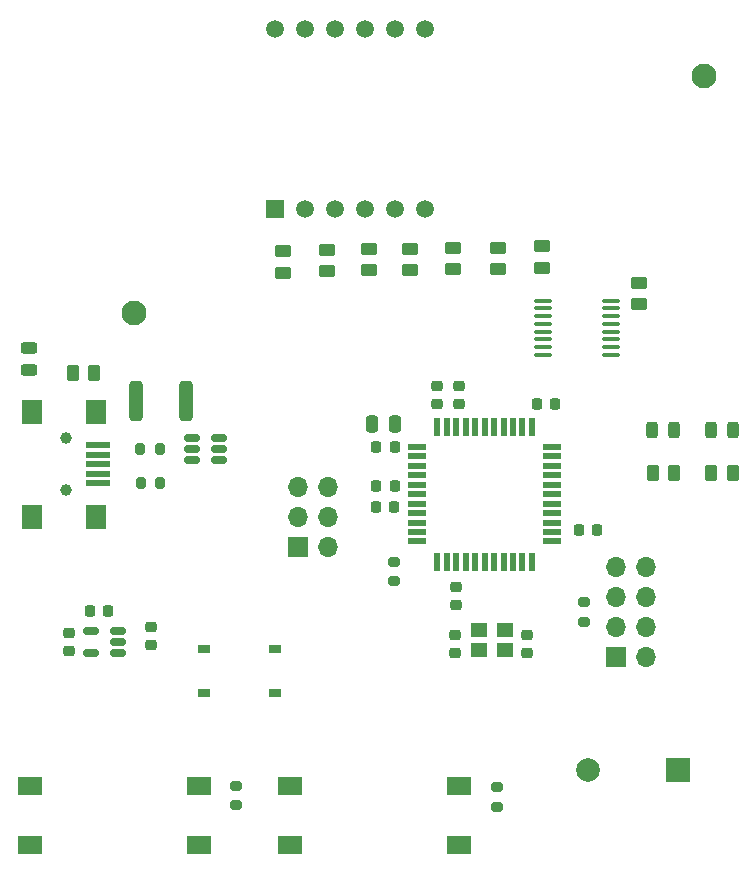
<source format=gbr>
%TF.GenerationSoftware,KiCad,Pcbnew,(7.0.0-0)*%
%TF.CreationDate,2023-04-20T13:26:23-06:00*%
%TF.ProjectId,Phase B - PCB,50686173-6520-4422-902d-205043422e6b,rev?*%
%TF.SameCoordinates,Original*%
%TF.FileFunction,Soldermask,Top*%
%TF.FilePolarity,Negative*%
%FSLAX46Y46*%
G04 Gerber Fmt 4.6, Leading zero omitted, Abs format (unit mm)*
G04 Created by KiCad (PCBNEW (7.0.0-0)) date 2023-04-20 13:26:23*
%MOMM*%
%LPD*%
G01*
G04 APERTURE LIST*
G04 Aperture macros list*
%AMRoundRect*
0 Rectangle with rounded corners*
0 $1 Rounding radius*
0 $2 $3 $4 $5 $6 $7 $8 $9 X,Y pos of 4 corners*
0 Add a 4 corners polygon primitive as box body*
4,1,4,$2,$3,$4,$5,$6,$7,$8,$9,$2,$3,0*
0 Add four circle primitives for the rounded corners*
1,1,$1+$1,$2,$3*
1,1,$1+$1,$4,$5*
1,1,$1+$1,$6,$7*
1,1,$1+$1,$8,$9*
0 Add four rect primitives between the rounded corners*
20,1,$1+$1,$2,$3,$4,$5,0*
20,1,$1+$1,$4,$5,$6,$7,0*
20,1,$1+$1,$6,$7,$8,$9,0*
20,1,$1+$1,$8,$9,$2,$3,0*%
G04 Aperture macros list end*
%ADD10RoundRect,0.250000X0.450000X-0.262500X0.450000X0.262500X-0.450000X0.262500X-0.450000X-0.262500X0*%
%ADD11RoundRect,0.200000X0.200000X0.275000X-0.200000X0.275000X-0.200000X-0.275000X0.200000X-0.275000X0*%
%ADD12RoundRect,0.225000X-0.250000X0.225000X-0.250000X-0.225000X0.250000X-0.225000X0.250000X0.225000X0*%
%ADD13C,1.000000*%
%ADD14R,2.000000X0.500000*%
%ADD15R,1.700000X2.000000*%
%ADD16RoundRect,0.225000X0.225000X0.250000X-0.225000X0.250000X-0.225000X-0.250000X0.225000X-0.250000X0*%
%ADD17R,1.000000X0.700000*%
%ADD18R,1.700000X1.700000*%
%ADD19O,1.700000X1.700000*%
%ADD20RoundRect,0.100000X-0.637500X-0.100000X0.637500X-0.100000X0.637500X0.100000X-0.637500X0.100000X0*%
%ADD21RoundRect,0.250000X0.250000X0.475000X-0.250000X0.475000X-0.250000X-0.475000X0.250000X-0.475000X0*%
%ADD22R,1.500000X0.550000*%
%ADD23R,0.550000X1.500000*%
%ADD24RoundRect,0.200000X-0.275000X0.200000X-0.275000X-0.200000X0.275000X-0.200000X0.275000X0.200000X0*%
%ADD25RoundRect,0.225000X0.250000X-0.225000X0.250000X0.225000X-0.250000X0.225000X-0.250000X-0.225000X0*%
%ADD26RoundRect,0.250000X-0.262500X-0.450000X0.262500X-0.450000X0.262500X0.450000X-0.262500X0.450000X0*%
%ADD27RoundRect,0.225000X-0.225000X-0.250000X0.225000X-0.250000X0.225000X0.250000X-0.225000X0.250000X0*%
%ADD28RoundRect,0.250000X0.262500X0.450000X-0.262500X0.450000X-0.262500X-0.450000X0.262500X-0.450000X0*%
%ADD29C,2.100000*%
%ADD30RoundRect,0.150000X0.512500X0.150000X-0.512500X0.150000X-0.512500X-0.150000X0.512500X-0.150000X0*%
%ADD31R,1.400000X1.200000*%
%ADD32RoundRect,0.243750X-0.243750X-0.456250X0.243750X-0.456250X0.243750X0.456250X-0.243750X0.456250X0*%
%ADD33R,2.000000X2.000000*%
%ADD34C,2.000000*%
%ADD35RoundRect,0.200000X0.275000X-0.200000X0.275000X0.200000X-0.275000X0.200000X-0.275000X-0.200000X0*%
%ADD36R,2.000000X1.500000*%
%ADD37RoundRect,0.150000X-0.512500X-0.150000X0.512500X-0.150000X0.512500X0.150000X-0.512500X0.150000X0*%
%ADD38RoundRect,0.243750X-0.456250X0.243750X-0.456250X-0.243750X0.456250X-0.243750X0.456250X0.243750X0*%
%ADD39R,1.500000X1.500000*%
%ADD40C,1.500000*%
%ADD41RoundRect,0.250000X-0.312500X-1.450000X0.312500X-1.450000X0.312500X1.450000X-0.312500X1.450000X0*%
G04 APERTURE END LIST*
D10*
%TO.C,R9*%
X146000000Y-78812500D03*
X146000000Y-76987500D03*
%TD*%
%TO.C,R11*%
X142600000Y-78812500D03*
X142600000Y-76987500D03*
%TD*%
D11*
%TO.C,R16*%
X124840000Y-93980000D03*
X123190000Y-93980000D03*
%TD*%
D12*
%TO.C,C9*%
X149944000Y-105638000D03*
X149944000Y-107188000D03*
%TD*%
D13*
%TO.C,J1*%
X116882500Y-93050000D03*
X116882500Y-97450000D03*
D14*
X119582499Y-93649999D03*
X119582499Y-94449999D03*
X119582499Y-95249999D03*
X119582499Y-96049999D03*
X119582499Y-96849999D03*
D15*
X119482499Y-90799999D03*
X114032499Y-90799999D03*
X119482499Y-99699999D03*
X114032499Y-99699999D03*
%TD*%
D16*
%TO.C,C4*%
X144725000Y-98900000D03*
X143175000Y-98900000D03*
%TD*%
D17*
%TO.C,S3*%
X134599999Y-114599999D03*
X128599999Y-114599999D03*
X134599999Y-110899999D03*
X128599999Y-110899999D03*
%TD*%
D18*
%TO.C,J4*%
X163499999Y-111519999D03*
D19*
X166039999Y-111519999D03*
X163499999Y-108979999D03*
X166039999Y-108979999D03*
X163499999Y-106439999D03*
X166039999Y-106439999D03*
X163499999Y-103899999D03*
X166039999Y-103899999D03*
%TD*%
D10*
%TO.C,R5*%
X165400000Y-81712500D03*
X165400000Y-79887500D03*
%TD*%
D20*
%TO.C,U1*%
X157300000Y-81400000D03*
X157300000Y-82050000D03*
X157300000Y-82700000D03*
X157300000Y-83350000D03*
X157300000Y-84000000D03*
X157300000Y-84650000D03*
X157300000Y-85300000D03*
X157300000Y-85950000D03*
X163025000Y-85950000D03*
X163025000Y-85300000D03*
X163025000Y-84650000D03*
X163025000Y-84000000D03*
X163025000Y-83350000D03*
X163025000Y-82700000D03*
X163025000Y-82050000D03*
X163025000Y-81400000D03*
%TD*%
D10*
%TO.C,R6*%
X157200000Y-78612500D03*
X157200000Y-76787500D03*
%TD*%
D21*
%TO.C,C5*%
X144737000Y-91850000D03*
X142837000Y-91850000D03*
%TD*%
D22*
%TO.C,U3*%
X146656999Y-93776999D03*
X146656999Y-94576999D03*
X146656999Y-95376999D03*
X146656999Y-96176999D03*
X146656999Y-96976999D03*
X146656999Y-97776999D03*
X146656999Y-98576999D03*
X146656999Y-99376999D03*
X146656999Y-100176999D03*
X146656999Y-100976999D03*
X146656999Y-101776999D03*
D23*
X148356999Y-103476999D03*
X149156999Y-103476999D03*
X149956999Y-103476999D03*
X150756999Y-103476999D03*
X151556999Y-103476999D03*
X152356999Y-103476999D03*
X153156999Y-103476999D03*
X153956999Y-103476999D03*
X154756999Y-103476999D03*
X155556999Y-103476999D03*
X156356999Y-103476999D03*
D22*
X158056999Y-101776999D03*
X158056999Y-100976999D03*
X158056999Y-100176999D03*
X158056999Y-99376999D03*
X158056999Y-98576999D03*
X158056999Y-97776999D03*
X158056999Y-96976999D03*
X158056999Y-96176999D03*
X158056999Y-95376999D03*
X158056999Y-94576999D03*
X158056999Y-93776999D03*
D23*
X156356999Y-92076999D03*
X155556999Y-92076999D03*
X154756999Y-92076999D03*
X153956999Y-92076999D03*
X153156999Y-92076999D03*
X152356999Y-92076999D03*
X151556999Y-92076999D03*
X150756999Y-92076999D03*
X149956999Y-92076999D03*
X149156999Y-92076999D03*
X148356999Y-92076999D03*
%TD*%
D24*
%TO.C,R4*%
X153400000Y-122575000D03*
X153400000Y-124225000D03*
%TD*%
D25*
%TO.C,C1*%
X149860000Y-111252000D03*
X149860000Y-109702000D03*
%TD*%
%TO.C,C11*%
X150200000Y-90150000D03*
X150200000Y-88600000D03*
%TD*%
D26*
%TO.C,R2*%
X171522000Y-95946000D03*
X173347000Y-95946000D03*
%TD*%
D25*
%TO.C,C14*%
X117144000Y-111071000D03*
X117144000Y-109521000D03*
%TD*%
D11*
%TO.C,R15*%
X124875000Y-96850000D03*
X123225000Y-96850000D03*
%TD*%
D10*
%TO.C,R10*%
X139000000Y-78912500D03*
X139000000Y-77087500D03*
%TD*%
D25*
%TO.C,C6*%
X148300000Y-90125000D03*
X148300000Y-88575000D03*
%TD*%
D27*
%TO.C,C13*%
X118925000Y-107700000D03*
X120475000Y-107700000D03*
%TD*%
D28*
%TO.C,R14*%
X119312500Y-87500000D03*
X117487500Y-87500000D03*
%TD*%
D27*
%TO.C,C7*%
X156789000Y-90157000D03*
X158339000Y-90157000D03*
%TD*%
D29*
%TO.C,REF\u002A\u002A*%
X170900000Y-62400000D03*
%TD*%
D30*
%TO.C,U5*%
X121329500Y-111246000D03*
X121329500Y-110296000D03*
X121329500Y-109346000D03*
X119054500Y-109346000D03*
X119054500Y-111246000D03*
%TD*%
D31*
%TO.C,Y1*%
X151891999Y-110984999D03*
X154091999Y-110984999D03*
X154091999Y-109284999D03*
X151891999Y-109284999D03*
%TD*%
D12*
%TO.C,C12*%
X124100000Y-109013000D03*
X124100000Y-110563000D03*
%TD*%
D32*
%TO.C,D2*%
X171500000Y-92300000D03*
X173375000Y-92300000D03*
%TD*%
D18*
%TO.C,J2*%
X136549999Y-102279999D03*
D19*
X139089999Y-102279999D03*
X136549999Y-99739999D03*
X139089999Y-99739999D03*
X136549999Y-97199999D03*
X139089999Y-97199999D03*
%TD*%
D33*
%TO.C,LS1*%
X168699999Y-121099999D03*
D34*
X161100000Y-121100000D03*
%TD*%
D26*
%TO.C,R1*%
X166575500Y-95946000D03*
X168400500Y-95946000D03*
%TD*%
D10*
%TO.C,R8*%
X149700000Y-78712500D03*
X149700000Y-76887500D03*
%TD*%
D27*
%TO.C,C8*%
X160345000Y-100825000D03*
X161895000Y-100825000D03*
%TD*%
D35*
%TO.C,R17*%
X160742000Y-108561000D03*
X160742000Y-106911000D03*
%TD*%
D16*
%TO.C,C10*%
X144727000Y-97091000D03*
X143177000Y-97091000D03*
%TD*%
D24*
%TO.C,R13*%
X144700000Y-103475000D03*
X144700000Y-105125000D03*
%TD*%
D36*
%TO.C,S1*%
X113849999Y-122499999D03*
X128149999Y-122499999D03*
X113849999Y-127499999D03*
X128149999Y-127499999D03*
%TD*%
D12*
%TO.C,C2*%
X155956000Y-109702000D03*
X155956000Y-111252000D03*
%TD*%
D37*
%TO.C,U4*%
X127612500Y-93000000D03*
X127612500Y-93950000D03*
X127612500Y-94900000D03*
X129887500Y-94900000D03*
X129887500Y-93950000D03*
X129887500Y-93000000D03*
%TD*%
D16*
%TO.C,C3*%
X144737000Y-93755000D03*
X143187000Y-93755000D03*
%TD*%
D10*
%TO.C,R12*%
X135300000Y-79012500D03*
X135300000Y-77187500D03*
%TD*%
D32*
%TO.C,D1*%
X166500000Y-92300000D03*
X168375000Y-92300000D03*
%TD*%
D24*
%TO.C,R3*%
X131300000Y-122475000D03*
X131300000Y-124125000D03*
%TD*%
D36*
%TO.C,S2*%
X135849999Y-122499999D03*
X150149999Y-122499999D03*
X135849999Y-127499999D03*
X150149999Y-127499999D03*
%TD*%
D38*
%TO.C,D3*%
X113792000Y-85422500D03*
X113792000Y-87297500D03*
%TD*%
D39*
%TO.C,U2*%
X134619999Y-73659999D03*
D40*
X137160000Y-73660000D03*
X139700000Y-73660000D03*
X142240000Y-73660000D03*
X144780000Y-73660000D03*
X147320000Y-73660000D03*
X147320000Y-58420000D03*
X144780000Y-58420000D03*
X142240000Y-58420000D03*
X139700000Y-58420000D03*
X137160000Y-58420000D03*
X134620000Y-58420000D03*
%TD*%
D10*
%TO.C,R7*%
X153500000Y-78712500D03*
X153500000Y-76887500D03*
%TD*%
D29*
%TO.C,REF\u002A\u002A*%
X122700000Y-82400000D03*
%TD*%
D41*
%TO.C,F1*%
X122830500Y-89916000D03*
X127105500Y-89916000D03*
%TD*%
M02*

</source>
